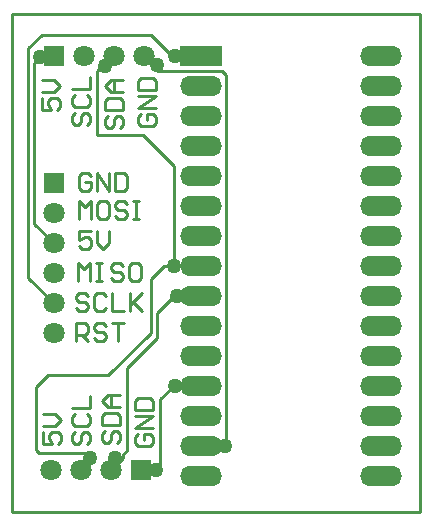
<source format=gtl>
%FSLAX25Y25*%
%MOIN*%
G70*
G01*
G75*
G04 Layer_Physical_Order=1*
G04 Layer_Color=255*
%ADD10C,0.01000*%
%ADD11R,0.07087X0.07087*%
%ADD12C,0.07087*%
%ADD13O,0.14000X0.06800*%
%ADD14R,0.14000X0.06800*%
%ADD15R,0.07087X0.07087*%
%ADD16C,0.05000*%
D10*
X375000Y152500D02*
X379000Y156500D01*
Y157500D01*
X380500Y159000D01*
Y186500D01*
X366500Y158000D02*
X368000Y156500D01*
X351000Y158000D02*
X366500D01*
X396000Y180500D02*
X405000D01*
X391500Y154000D02*
Y176000D01*
X390000Y152500D02*
X391500Y154000D01*
X385000Y152500D02*
X390000D01*
X392900Y220500D02*
X397000D01*
X349500Y234500D02*
X356000Y228000D01*
X349500Y234500D02*
Y288000D01*
X352000Y290500D01*
X356000D01*
X396000Y210500D02*
X405000D01*
X390400Y204900D02*
X396000Y210500D01*
X390400Y196400D02*
Y204900D01*
X380500Y186500D02*
X390400Y196400D01*
X388400Y216000D02*
X392900Y220500D01*
X388400Y198300D02*
Y216000D01*
X374100Y184000D02*
X388400Y198300D01*
X354000Y184000D02*
X374100D01*
X350000Y180000D02*
X354000Y184000D01*
X350000Y159000D02*
Y180000D01*
Y159000D02*
X351000Y158000D01*
X395500Y290500D02*
X405000D01*
X388500Y297500D02*
X395500Y290500D01*
X352000Y297500D02*
X388500D01*
X347500Y293000D02*
X352000Y297500D01*
X347500Y216500D02*
Y293000D01*
Y216500D02*
X356000Y208000D01*
X386000Y290500D02*
X390900Y285600D01*
X412000D01*
X413500Y284100D01*
Y160500D02*
Y284100D01*
X405000Y160500D02*
X413500D01*
X391500Y176000D02*
X396000Y180500D01*
X370500Y285500D02*
X371100Y286100D01*
X370500Y264000D02*
Y285500D01*
Y264000D02*
X385700D01*
X396000Y253700D01*
Y221500D02*
Y253700D01*
Y221500D02*
X397000Y220500D01*
X405000D01*
X373002Y165499D02*
X372002Y164499D01*
Y162500D01*
X373002Y161500D01*
X374001D01*
X375001Y162500D01*
Y164499D01*
X376001Y165499D01*
X377000D01*
X378000Y164499D01*
Y162500D01*
X377000Y161500D01*
X372002Y167498D02*
X378000D01*
Y170497D01*
X377000Y171497D01*
X373002D01*
X372002Y170497D01*
Y167498D01*
X378000Y173496D02*
X374001D01*
X372002Y175496D01*
X374001Y177495D01*
X378000D01*
X375001D01*
Y173496D01*
X363002Y164999D02*
X362002Y163999D01*
Y162000D01*
X363002Y161000D01*
X364001D01*
X365001Y162000D01*
Y163999D01*
X366001Y164999D01*
X367000D01*
X368000Y163999D01*
Y162000D01*
X367000Y161000D01*
X363002Y170997D02*
X362002Y169997D01*
Y167998D01*
X363002Y166998D01*
X367000D01*
X368000Y167998D01*
Y169997D01*
X367000Y170997D01*
X362002Y172996D02*
X368000D01*
Y176995D01*
X352502Y164999D02*
Y161000D01*
X355501D01*
X354501Y162999D01*
Y163999D01*
X355501Y164999D01*
X357500D01*
X358500Y163999D01*
Y162000D01*
X357500Y161000D01*
X352502Y166998D02*
X356501D01*
X358500Y168997D01*
X356501Y170997D01*
X352502D01*
X352002Y276499D02*
Y272500D01*
X355001D01*
X354001Y274499D01*
Y275499D01*
X355001Y276499D01*
X357000D01*
X358000Y275499D01*
Y273500D01*
X357000Y272500D01*
X352002Y278498D02*
X356001D01*
X358000Y280497D01*
X356001Y282497D01*
X352002D01*
X384002Y164499D02*
X383002Y163499D01*
Y161500D01*
X384002Y160500D01*
X388000D01*
X389000Y161500D01*
Y163499D01*
X388000Y164499D01*
X386001D01*
Y162499D01*
X389000Y166498D02*
X383002D01*
X389000Y170497D01*
X383002D01*
Y172496D02*
X389000D01*
Y175495D01*
X388000Y176495D01*
X384002D01*
X383002Y175495D01*
Y172496D01*
X385002Y270999D02*
X384002Y269999D01*
Y268000D01*
X385002Y267000D01*
X389000D01*
X390000Y268000D01*
Y269999D01*
X389000Y270999D01*
X387001D01*
Y268999D01*
X390000Y272998D02*
X384002D01*
X390000Y276997D01*
X384002D01*
Y278996D02*
X390000D01*
Y281995D01*
X389000Y282995D01*
X385002D01*
X384002Y281995D01*
Y278996D01*
X368499Y250498D02*
X367499Y251498D01*
X365500D01*
X364500Y250498D01*
Y246500D01*
X365500Y245500D01*
X367499D01*
X368499Y246500D01*
Y248499D01*
X366499D01*
X370498Y245500D02*
Y251498D01*
X374497Y245500D01*
Y251498D01*
X376496D02*
Y245500D01*
X379495D01*
X380495Y246500D01*
Y250498D01*
X379495Y251498D01*
X376496D01*
X368499Y231998D02*
X364500D01*
Y228999D01*
X366499Y229999D01*
X367499D01*
X368499Y228999D01*
Y227000D01*
X367499Y226000D01*
X365500D01*
X364500Y227000D01*
X370498Y231998D02*
Y227999D01*
X372497Y226000D01*
X374497Y227999D01*
Y231998D01*
X364000Y215500D02*
Y221498D01*
X365999Y219499D01*
X367999Y221498D01*
Y215500D01*
X369998Y221498D02*
X371997D01*
X370998D01*
Y215500D01*
X369998D01*
X371997D01*
X378995Y220498D02*
X377995Y221498D01*
X375996D01*
X374996Y220498D01*
Y219499D01*
X375996Y218499D01*
X377995D01*
X378995Y217499D01*
Y216500D01*
X377995Y215500D01*
X375996D01*
X374996Y216500D01*
X383994Y221498D02*
X381994D01*
X380995Y220498D01*
Y216500D01*
X381994Y215500D01*
X383994D01*
X384993Y216500D01*
Y220498D01*
X383994Y221498D01*
X367499Y210498D02*
X366499Y211498D01*
X364500D01*
X363500Y210498D01*
Y209499D01*
X364500Y208499D01*
X366499D01*
X367499Y207499D01*
Y206500D01*
X366499Y205500D01*
X364500D01*
X363500Y206500D01*
X373497Y210498D02*
X372497Y211498D01*
X370498D01*
X369498Y210498D01*
Y206500D01*
X370498Y205500D01*
X372497D01*
X373497Y206500D01*
X375496Y211498D02*
Y205500D01*
X379495D01*
X381494Y211498D02*
Y205500D01*
Y207499D01*
X385493Y211498D01*
X382494Y208499D01*
X385493Y205500D01*
X363500Y195500D02*
Y201498D01*
X366499D01*
X367499Y200498D01*
Y198499D01*
X366499Y197499D01*
X363500D01*
X365499D02*
X367499Y195500D01*
X373497Y200498D02*
X372497Y201498D01*
X370498D01*
X369498Y200498D01*
Y199499D01*
X370498Y198499D01*
X372497D01*
X373497Y197499D01*
Y196500D01*
X372497Y195500D01*
X370498D01*
X369498Y196500D01*
X375496Y201498D02*
X379495D01*
X377496D01*
Y195500D01*
X363002Y271499D02*
X362002Y270499D01*
Y268500D01*
X363002Y267500D01*
X364001D01*
X365001Y268500D01*
Y270499D01*
X366001Y271499D01*
X367000D01*
X368000Y270499D01*
Y268500D01*
X367000Y267500D01*
X363002Y277497D02*
X362002Y276497D01*
Y274498D01*
X363002Y273498D01*
X367000D01*
X368000Y274498D01*
Y276497D01*
X367000Y277497D01*
X362002Y279496D02*
X368000D01*
Y283495D01*
X374002Y270499D02*
X373002Y269499D01*
Y267500D01*
X374002Y266500D01*
X375001D01*
X376001Y267500D01*
Y269499D01*
X377001Y270499D01*
X378000D01*
X379000Y269499D01*
Y267500D01*
X378000Y266500D01*
X373002Y272498D02*
X379000D01*
Y275497D01*
X378000Y276497D01*
X374002D01*
X373002Y275497D01*
Y272498D01*
X379000Y278496D02*
X375001D01*
X373002Y280496D01*
X375001Y282495D01*
X379000D01*
X376001D01*
Y278496D01*
X364500Y236000D02*
Y241998D01*
X366499Y239999D01*
X368499Y241998D01*
Y236000D01*
X373497Y241998D02*
X371498D01*
X370498Y240998D01*
Y237000D01*
X371498Y236000D01*
X373497D01*
X374497Y237000D01*
Y240998D01*
X373497Y241998D01*
X380495Y240998D02*
X379495Y241998D01*
X377496D01*
X376496Y240998D01*
Y239999D01*
X377496Y238999D01*
X379495D01*
X380495Y237999D01*
Y237000D01*
X379495Y236000D01*
X377496D01*
X376496Y237000D01*
X382494Y241998D02*
X384493D01*
X383494D01*
Y236000D01*
X382494D01*
X384493D01*
X342000Y138500D02*
X478000D01*
Y304500D01*
X342000D02*
X478000D01*
X342000Y138500D02*
Y304500D01*
D11*
X385000Y152500D02*
D03*
X356000Y290500D02*
D03*
D12*
X375000Y152500D02*
D03*
X365000D02*
D03*
X355000D02*
D03*
X356000Y198000D02*
D03*
Y208000D02*
D03*
Y218000D02*
D03*
Y228000D02*
D03*
Y238000D02*
D03*
X366000Y290500D02*
D03*
X376000D02*
D03*
X386000D02*
D03*
D13*
X465000Y150500D02*
D03*
Y160500D02*
D03*
Y170500D02*
D03*
Y180500D02*
D03*
Y190500D02*
D03*
Y200500D02*
D03*
Y210500D02*
D03*
Y220500D02*
D03*
Y230500D02*
D03*
Y240500D02*
D03*
Y250500D02*
D03*
Y260500D02*
D03*
Y270500D02*
D03*
Y280500D02*
D03*
Y290500D02*
D03*
X405000Y150500D02*
D03*
Y160500D02*
D03*
Y170500D02*
D03*
Y180500D02*
D03*
Y190500D02*
D03*
Y200500D02*
D03*
Y210500D02*
D03*
Y220500D02*
D03*
Y230500D02*
D03*
Y240500D02*
D03*
Y250500D02*
D03*
Y260500D02*
D03*
Y270500D02*
D03*
Y280500D02*
D03*
D14*
Y290500D02*
D03*
D15*
X356000Y248000D02*
D03*
D16*
X373000Y287000D02*
D03*
X376500Y156500D02*
D03*
X396000Y220500D02*
D03*
X397000Y210500D02*
D03*
X368000Y156500D02*
D03*
X390000Y152500D02*
D03*
X396500Y290500D02*
D03*
X351500Y290000D02*
D03*
X390500Y287500D02*
D03*
X396500Y180500D02*
D03*
X413000Y160500D02*
D03*
M02*

</source>
